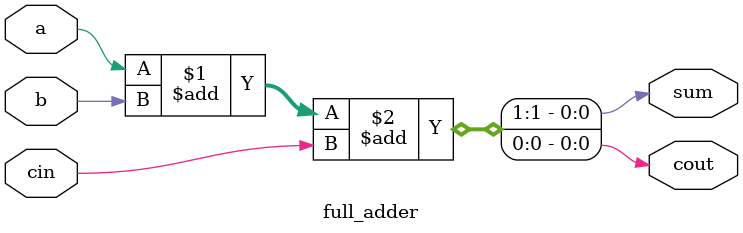
<source format=sv>
module top_module (
	input [3:0] x,
	input [3:0] y,
	output [4:0] sum
);
	wire [3:0] carry;
	wire [3:0] sum_temp;

	// 4 full adders
	full_adder fa0(.a(x[0]), .b(y[0]), .cin(0), .sum(sum_temp[0]), .cout(carry[0]));
	full_adder fa1(.a(x[1]), .b(y[1]), .cin(carry[0]), .sum(sum_temp[1]), .cout(carry[1]));
	full_adder fa2(.a(x[2]), .b(y[2]), .cin(carry[1]), .sum(sum_temp[2]), .cout(carry[2]));
	full_adder fa3(.a(x[3]), .b(y[3]), .cin(carry[2]), .sum(sum_temp[3]), .cout(carry[3]));

	// assign output sum
	assign sum = {carry[3], sum_temp[3:0]};
endmodule
module full_adder (
	input a,
	input b,
	input cin,
	output sum,
	output cout
);
	assign {sum, cout} = a + b + cin;
endmodule

</source>
